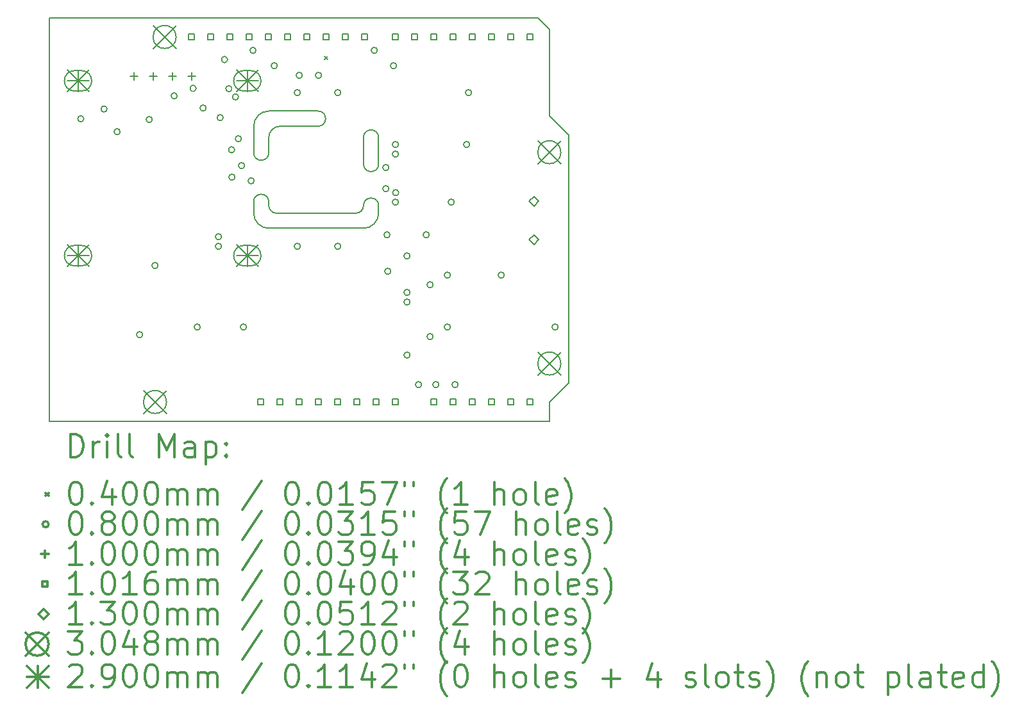
<source format=gbr>
%FSLAX45Y45*%
G04 Gerber Fmt 4.5, Leading zero omitted, Abs format (unit mm)*
G04 Created by KiCad (PCBNEW 5.1.12-5.1.12) date 2021-12-16 19:46:51*
%MOMM*%
%LPD*%
G01*
G04 APERTURE LIST*
%TA.AperFunction,Profile*%
%ADD10C,0.150000*%
%TD*%
%ADD11C,0.200000*%
%ADD12C,0.300000*%
G04 APERTURE END LIST*
D10*
X15249800Y-10086500D02*
X14899800Y-10086500D01*
X15449800Y-9786500D02*
X15449800Y-9886500D01*
X15249800Y-9786500D02*
G75*
G02*
X15149800Y-9886500I-100000J0D01*
G01*
X13999800Y-9736500D02*
X13999800Y-9786500D01*
X13799800Y-8736500D02*
G75*
G02*
X13999800Y-8536500I200000J0D01*
G01*
X13999800Y-8886500D02*
G75*
G02*
X14149800Y-8736500I150000J0D01*
G01*
X13799800Y-9736500D02*
X13799800Y-9886500D01*
X14099800Y-9886500D02*
G75*
G02*
X13999800Y-9786500I0J100000D01*
G01*
X13999800Y-10086500D02*
G75*
G02*
X13799800Y-9886500I0J200000D01*
G01*
X15449800Y-9886500D02*
G75*
G02*
X15249800Y-10086500I-200000J0D01*
G01*
X15149800Y-9886500D02*
X14099800Y-9886500D01*
X14899800Y-10086500D02*
X13999800Y-10086500D01*
X13999800Y-9086500D02*
G75*
G02*
X13799800Y-9086500I-100000J0D01*
G01*
X13999800Y-9086500D02*
X13999800Y-8886500D01*
X13799800Y-9736500D02*
G75*
G02*
X13999800Y-9736500I100000J0D01*
G01*
X13799800Y-9086500D02*
X13799800Y-8736500D01*
X15249800Y-9786500D02*
G75*
G02*
X15449800Y-9786500I100000J0D01*
G01*
X14649800Y-8536500D02*
G75*
G02*
X14649800Y-8736500I0J-100000D01*
G01*
X14649800Y-8536500D02*
X13999800Y-8536500D01*
X14649800Y-8736500D02*
X14149800Y-8736500D01*
X15449800Y-9236500D02*
X15449800Y-8886500D01*
X15249800Y-9236500D02*
X15249800Y-8886500D01*
X15249800Y-8886500D02*
G75*
G02*
X15449800Y-8886500I100000J0D01*
G01*
X15449800Y-9236500D02*
G75*
G02*
X15249800Y-9236500I-100000J0D01*
G01*
X17703800Y-7454900D02*
X17551400Y-7302500D01*
X17703800Y-8597900D02*
X17703800Y-7454900D01*
X17957800Y-8851900D02*
X17703800Y-8597900D01*
X17957800Y-12128500D02*
X17957800Y-8851900D01*
X17703800Y-12382500D02*
X17957800Y-12128500D01*
X17703800Y-12636500D02*
X17703800Y-12382500D01*
X11099800Y-12636500D02*
X17703800Y-12636500D01*
X11099800Y-7302500D02*
X11099800Y-12636500D01*
X17551400Y-7302500D02*
X11099800Y-7302500D01*
D11*
X14737400Y-7815900D02*
X14777400Y-7855900D01*
X14777400Y-7815900D02*
X14737400Y-7855900D01*
X11556803Y-8639157D02*
G75*
G03*
X11556803Y-8639157I-40000J0D01*
G01*
X11863700Y-8509000D02*
G75*
G03*
X11863700Y-8509000I-40000J0D01*
G01*
X12036800Y-8809100D02*
G75*
G03*
X12036800Y-8809100I-40000J0D01*
G01*
X12333600Y-11493500D02*
G75*
G03*
X12333600Y-11493500I-40000J0D01*
G01*
X12460600Y-8648700D02*
G75*
G03*
X12460600Y-8648700I-40000J0D01*
G01*
X12536800Y-10579100D02*
G75*
G03*
X12536800Y-10579100I-40000J0D01*
G01*
X12789801Y-8336500D02*
G75*
G03*
X12789801Y-8336500I-40000J0D01*
G01*
X13039800Y-8236500D02*
G75*
G03*
X13039800Y-8236500I-40000J0D01*
G01*
X13094801Y-11392700D02*
G75*
G03*
X13094801Y-11392700I-40000J0D01*
G01*
X13171800Y-8496300D02*
G75*
G03*
X13171800Y-8496300I-40000J0D01*
G01*
X13374999Y-10198100D02*
G75*
G03*
X13374999Y-10198100I-40000J0D01*
G01*
X13375000Y-10325100D02*
G75*
G03*
X13375000Y-10325100I-40000J0D01*
G01*
X13397851Y-8623300D02*
G75*
G03*
X13397851Y-8623300I-40000J0D01*
G01*
X13454447Y-7855647D02*
G75*
G03*
X13454447Y-7855647I-40000J0D01*
G01*
X13511333Y-8240224D02*
G75*
G03*
X13511333Y-8240224I-40000J0D01*
G01*
X13547888Y-9049155D02*
G75*
G03*
X13547888Y-9049155I-40000J0D01*
G01*
X13552800Y-9410700D02*
G75*
G03*
X13552800Y-9410700I-40000J0D01*
G01*
X13599781Y-8348746D02*
G75*
G03*
X13599781Y-8348746I-40000J0D01*
G01*
X13637899Y-8902700D02*
G75*
G03*
X13637899Y-8902700I-40000J0D01*
G01*
X13679800Y-9258300D02*
G75*
G03*
X13679800Y-9258300I-40000J0D01*
G01*
X13705200Y-11391900D02*
G75*
G03*
X13705200Y-11391900I-40000J0D01*
G01*
X13806800Y-9457699D02*
G75*
G03*
X13806800Y-9457699I-40000J0D01*
G01*
X13830599Y-7734299D02*
G75*
G03*
X13830599Y-7734299I-40000J0D01*
G01*
X14111600Y-7937500D02*
G75*
G03*
X14111600Y-7937500I-40000J0D01*
G01*
X14416400Y-8293100D02*
G75*
G03*
X14416400Y-8293100I-40000J0D01*
G01*
X14416400Y-10325100D02*
G75*
G03*
X14416400Y-10325100I-40000J0D01*
G01*
X14441800Y-8064500D02*
G75*
G03*
X14441800Y-8064500I-40000J0D01*
G01*
X14695800Y-8064500D02*
G75*
G03*
X14695800Y-8064500I-40000J0D01*
G01*
X14949800Y-8293100D02*
G75*
G03*
X14949800Y-8293100I-40000J0D01*
G01*
X14949800Y-10325100D02*
G75*
G03*
X14949800Y-10325100I-40000J0D01*
G01*
X15432400Y-7734300D02*
G75*
G03*
X15432400Y-7734300I-40000J0D01*
G01*
X15584800Y-9283700D02*
G75*
G03*
X15584800Y-9283700I-40000J0D01*
G01*
X15584800Y-9563100D02*
G75*
G03*
X15584800Y-9563100I-40000J0D01*
G01*
X15600090Y-10172700D02*
G75*
G03*
X15600090Y-10172700I-40000J0D01*
G01*
X15610200Y-10655300D02*
G75*
G03*
X15610200Y-10655300I-40000J0D01*
G01*
X15686400Y-7937500D02*
G75*
G03*
X15686400Y-7937500I-40000J0D01*
G01*
X15711800Y-8978900D02*
G75*
G03*
X15711800Y-8978900I-40000J0D01*
G01*
X15711800Y-9105900D02*
G75*
G03*
X15711800Y-9105900I-40000J0D01*
G01*
X15711800Y-9740900D02*
G75*
G03*
X15711800Y-9740900I-40000J0D01*
G01*
X15714788Y-9615095D02*
G75*
G03*
X15714788Y-9615095I-40000J0D01*
G01*
X15864200Y-10452100D02*
G75*
G03*
X15864200Y-10452100I-40000J0D01*
G01*
X15864200Y-10934700D02*
G75*
G03*
X15864200Y-10934700I-40000J0D01*
G01*
X15864200Y-11061700D02*
G75*
G03*
X15864200Y-11061700I-40000J0D01*
G01*
X15864200Y-11762499D02*
G75*
G03*
X15864200Y-11762499I-40000J0D01*
G01*
X16016600Y-12153900D02*
G75*
G03*
X16016600Y-12153900I-40000J0D01*
G01*
X16118200Y-10172700D02*
G75*
G03*
X16118200Y-10172700I-40000J0D01*
G01*
X16169000Y-10833100D02*
G75*
G03*
X16169000Y-10833100I-40000J0D01*
G01*
X16169000Y-11518900D02*
G75*
G03*
X16169000Y-11518900I-40000J0D01*
G01*
X16245200Y-12153900D02*
G75*
G03*
X16245200Y-12153900I-40000J0D01*
G01*
X16397600Y-10706100D02*
G75*
G03*
X16397600Y-10706100I-40000J0D01*
G01*
X16397600Y-11391900D02*
G75*
G03*
X16397600Y-11391900I-40000J0D01*
G01*
X16448400Y-9740900D02*
G75*
G03*
X16448400Y-9740900I-40000J0D01*
G01*
X16499200Y-12153900D02*
G75*
G03*
X16499200Y-12153900I-40000J0D01*
G01*
X16651600Y-8978900D02*
G75*
G03*
X16651600Y-8978900I-40000J0D01*
G01*
X16677000Y-8293100D02*
G75*
G03*
X16677000Y-8293100I-40000J0D01*
G01*
X17108800Y-10706100D02*
G75*
G03*
X17108800Y-10706100I-40000J0D01*
G01*
X17820000Y-11391900D02*
G75*
G03*
X17820000Y-11391900I-40000J0D01*
G01*
X12217400Y-8023000D02*
X12217400Y-8123000D01*
X12167400Y-8073000D02*
X12267400Y-8073000D01*
X12471400Y-8023000D02*
X12471400Y-8123000D01*
X12421400Y-8073000D02*
X12521400Y-8073000D01*
X12725400Y-8023000D02*
X12725400Y-8123000D01*
X12675400Y-8073000D02*
X12775400Y-8073000D01*
X12979400Y-8023000D02*
X12979400Y-8123000D01*
X12929400Y-8073000D02*
X13029400Y-8073000D01*
X13015321Y-7592421D02*
X13015321Y-7520579D01*
X12943479Y-7520579D01*
X12943479Y-7592421D01*
X13015321Y-7592421D01*
X13269321Y-7592421D02*
X13269321Y-7520579D01*
X13197479Y-7520579D01*
X13197479Y-7592421D01*
X13269321Y-7592421D01*
X13523321Y-7592421D02*
X13523321Y-7520579D01*
X13451479Y-7520579D01*
X13451479Y-7592421D01*
X13523321Y-7592421D01*
X13777321Y-7592421D02*
X13777321Y-7520579D01*
X13705479Y-7520579D01*
X13705479Y-7592421D01*
X13777321Y-7592421D01*
X13929721Y-12418421D02*
X13929721Y-12346579D01*
X13857879Y-12346579D01*
X13857879Y-12418421D01*
X13929721Y-12418421D01*
X14031321Y-7592421D02*
X14031321Y-7520579D01*
X13959479Y-7520579D01*
X13959479Y-7592421D01*
X14031321Y-7592421D01*
X14183721Y-12418421D02*
X14183721Y-12346579D01*
X14111879Y-12346579D01*
X14111879Y-12418421D01*
X14183721Y-12418421D01*
X14285321Y-7592421D02*
X14285321Y-7520579D01*
X14213479Y-7520579D01*
X14213479Y-7592421D01*
X14285321Y-7592421D01*
X14437721Y-12418421D02*
X14437721Y-12346579D01*
X14365879Y-12346579D01*
X14365879Y-12418421D01*
X14437721Y-12418421D01*
X14539321Y-7592421D02*
X14539321Y-7520579D01*
X14467479Y-7520579D01*
X14467479Y-7592421D01*
X14539321Y-7592421D01*
X14691721Y-12418421D02*
X14691721Y-12346579D01*
X14619879Y-12346579D01*
X14619879Y-12418421D01*
X14691721Y-12418421D01*
X14793321Y-7592421D02*
X14793321Y-7520579D01*
X14721479Y-7520579D01*
X14721479Y-7592421D01*
X14793321Y-7592421D01*
X14945721Y-12418421D02*
X14945721Y-12346579D01*
X14873879Y-12346579D01*
X14873879Y-12418421D01*
X14945721Y-12418421D01*
X15047321Y-7592421D02*
X15047321Y-7520579D01*
X14975479Y-7520579D01*
X14975479Y-7592421D01*
X15047321Y-7592421D01*
X15199721Y-12418421D02*
X15199721Y-12346579D01*
X15127879Y-12346579D01*
X15127879Y-12418421D01*
X15199721Y-12418421D01*
X15301321Y-7592421D02*
X15301321Y-7520579D01*
X15229479Y-7520579D01*
X15229479Y-7592421D01*
X15301321Y-7592421D01*
X15453721Y-12418421D02*
X15453721Y-12346579D01*
X15381879Y-12346579D01*
X15381879Y-12418421D01*
X15453721Y-12418421D01*
X15707721Y-7592421D02*
X15707721Y-7520579D01*
X15635879Y-7520579D01*
X15635879Y-7592421D01*
X15707721Y-7592421D01*
X15707721Y-12418421D02*
X15707721Y-12346579D01*
X15635879Y-12346579D01*
X15635879Y-12418421D01*
X15707721Y-12418421D01*
X15961721Y-7592421D02*
X15961721Y-7520579D01*
X15889879Y-7520579D01*
X15889879Y-7592421D01*
X15961721Y-7592421D01*
X16215721Y-7592421D02*
X16215721Y-7520579D01*
X16143879Y-7520579D01*
X16143879Y-7592421D01*
X16215721Y-7592421D01*
X16215721Y-12418421D02*
X16215721Y-12346579D01*
X16143879Y-12346579D01*
X16143879Y-12418421D01*
X16215721Y-12418421D01*
X16469721Y-7592421D02*
X16469721Y-7520579D01*
X16397879Y-7520579D01*
X16397879Y-7592421D01*
X16469721Y-7592421D01*
X16469721Y-12418421D02*
X16469721Y-12346579D01*
X16397879Y-12346579D01*
X16397879Y-12418421D01*
X16469721Y-12418421D01*
X16723721Y-7592421D02*
X16723721Y-7520579D01*
X16651879Y-7520579D01*
X16651879Y-7592421D01*
X16723721Y-7592421D01*
X16723721Y-12418421D02*
X16723721Y-12346579D01*
X16651879Y-12346579D01*
X16651879Y-12418421D01*
X16723721Y-12418421D01*
X16977721Y-7592421D02*
X16977721Y-7520579D01*
X16905879Y-7520579D01*
X16905879Y-7592421D01*
X16977721Y-7592421D01*
X16977721Y-12418421D02*
X16977721Y-12346579D01*
X16905879Y-12346579D01*
X16905879Y-12418421D01*
X16977721Y-12418421D01*
X17231721Y-7592421D02*
X17231721Y-7520579D01*
X17159879Y-7520579D01*
X17159879Y-7592421D01*
X17231721Y-7592421D01*
X17231721Y-12418421D02*
X17231721Y-12346579D01*
X17159879Y-12346579D01*
X17159879Y-12418421D01*
X17231721Y-12418421D01*
X17485721Y-7592421D02*
X17485721Y-7520579D01*
X17413879Y-7520579D01*
X17413879Y-7592421D01*
X17485721Y-7592421D01*
X17485721Y-12418421D02*
X17485721Y-12346579D01*
X17413879Y-12346579D01*
X17413879Y-12418421D01*
X17485721Y-12418421D01*
X17499800Y-9793500D02*
X17564800Y-9728500D01*
X17499800Y-9663500D01*
X17434800Y-9728500D01*
X17499800Y-9793500D01*
X17499800Y-10301500D02*
X17564800Y-10236500D01*
X17499800Y-10171500D01*
X17434800Y-10236500D01*
X17499800Y-10301500D01*
X12344400Y-12230100D02*
X12649200Y-12534900D01*
X12649200Y-12230100D02*
X12344400Y-12534900D01*
X12649200Y-12382500D02*
G75*
G03*
X12649200Y-12382500I-152400J0D01*
G01*
X12471400Y-7404100D02*
X12776200Y-7708900D01*
X12776200Y-7404100D02*
X12471400Y-7708900D01*
X12776200Y-7556500D02*
G75*
G03*
X12776200Y-7556500I-152400J0D01*
G01*
X17551400Y-8928100D02*
X17856200Y-9232900D01*
X17856200Y-8928100D02*
X17551400Y-9232900D01*
X17856200Y-9080500D02*
G75*
G03*
X17856200Y-9080500I-152400J0D01*
G01*
X17551400Y-11722100D02*
X17856200Y-12026900D01*
X17856200Y-11722100D02*
X17551400Y-12026900D01*
X17856200Y-11874500D02*
G75*
G03*
X17856200Y-11874500I-152400J0D01*
G01*
X11335800Y-7991500D02*
X11625800Y-8281500D01*
X11625800Y-7991500D02*
X11335800Y-8281500D01*
X11480800Y-7991500D02*
X11480800Y-8281500D01*
X11335800Y-8136500D02*
X11625800Y-8136500D01*
X11435800Y-8271500D02*
X11525800Y-8271500D01*
X11435800Y-8001500D02*
X11525800Y-8001500D01*
X11525800Y-8271500D02*
G75*
G03*
X11525800Y-8001500I0J135000D01*
G01*
X11435800Y-8001500D02*
G75*
G03*
X11435800Y-8271500I0J-135000D01*
G01*
X11335800Y-10302900D02*
X11625800Y-10592900D01*
X11625800Y-10302900D02*
X11335800Y-10592900D01*
X11480800Y-10302900D02*
X11480800Y-10592900D01*
X11335800Y-10447900D02*
X11625800Y-10447900D01*
X11435800Y-10582900D02*
X11525800Y-10582900D01*
X11435800Y-10312900D02*
X11525800Y-10312900D01*
X11525800Y-10582900D02*
G75*
G03*
X11525800Y-10312900I0J135000D01*
G01*
X11435800Y-10312900D02*
G75*
G03*
X11435800Y-10582900I0J-135000D01*
G01*
X13571000Y-7991500D02*
X13861000Y-8281500D01*
X13861000Y-7991500D02*
X13571000Y-8281500D01*
X13716000Y-7991500D02*
X13716000Y-8281500D01*
X13571000Y-8136500D02*
X13861000Y-8136500D01*
X13671000Y-8271500D02*
X13761000Y-8271500D01*
X13671000Y-8001500D02*
X13761000Y-8001500D01*
X13761000Y-8271500D02*
G75*
G03*
X13761000Y-8001500I0J135000D01*
G01*
X13671000Y-8001500D02*
G75*
G03*
X13671000Y-8271500I0J-135000D01*
G01*
X13571000Y-10302900D02*
X13861000Y-10592900D01*
X13861000Y-10302900D02*
X13571000Y-10592900D01*
X13716000Y-10302900D02*
X13716000Y-10592900D01*
X13571000Y-10447900D02*
X13861000Y-10447900D01*
X13671000Y-10582900D02*
X13761000Y-10582900D01*
X13671000Y-10312900D02*
X13761000Y-10312900D01*
X13761000Y-10582900D02*
G75*
G03*
X13761000Y-10312900I0J135000D01*
G01*
X13671000Y-10312900D02*
G75*
G03*
X13671000Y-10582900I0J-135000D01*
G01*
D12*
X11378728Y-13109714D02*
X11378728Y-12809714D01*
X11450157Y-12809714D01*
X11493014Y-12824000D01*
X11521586Y-12852571D01*
X11535871Y-12881143D01*
X11550157Y-12938286D01*
X11550157Y-12981143D01*
X11535871Y-13038286D01*
X11521586Y-13066857D01*
X11493014Y-13095429D01*
X11450157Y-13109714D01*
X11378728Y-13109714D01*
X11678728Y-13109714D02*
X11678728Y-12909714D01*
X11678728Y-12966857D02*
X11693014Y-12938286D01*
X11707300Y-12924000D01*
X11735871Y-12909714D01*
X11764443Y-12909714D01*
X11864443Y-13109714D02*
X11864443Y-12909714D01*
X11864443Y-12809714D02*
X11850157Y-12824000D01*
X11864443Y-12838286D01*
X11878728Y-12824000D01*
X11864443Y-12809714D01*
X11864443Y-12838286D01*
X12050157Y-13109714D02*
X12021586Y-13095429D01*
X12007300Y-13066857D01*
X12007300Y-12809714D01*
X12207300Y-13109714D02*
X12178728Y-13095429D01*
X12164443Y-13066857D01*
X12164443Y-12809714D01*
X12550157Y-13109714D02*
X12550157Y-12809714D01*
X12650157Y-13024000D01*
X12750157Y-12809714D01*
X12750157Y-13109714D01*
X13021586Y-13109714D02*
X13021586Y-12952571D01*
X13007300Y-12924000D01*
X12978728Y-12909714D01*
X12921586Y-12909714D01*
X12893014Y-12924000D01*
X13021586Y-13095429D02*
X12993014Y-13109714D01*
X12921586Y-13109714D01*
X12893014Y-13095429D01*
X12878728Y-13066857D01*
X12878728Y-13038286D01*
X12893014Y-13009714D01*
X12921586Y-12995429D01*
X12993014Y-12995429D01*
X13021586Y-12981143D01*
X13164443Y-12909714D02*
X13164443Y-13209714D01*
X13164443Y-12924000D02*
X13193014Y-12909714D01*
X13250157Y-12909714D01*
X13278728Y-12924000D01*
X13293014Y-12938286D01*
X13307300Y-12966857D01*
X13307300Y-13052571D01*
X13293014Y-13081143D01*
X13278728Y-13095429D01*
X13250157Y-13109714D01*
X13193014Y-13109714D01*
X13164443Y-13095429D01*
X13435871Y-13081143D02*
X13450157Y-13095429D01*
X13435871Y-13109714D01*
X13421586Y-13095429D01*
X13435871Y-13081143D01*
X13435871Y-13109714D01*
X13435871Y-12924000D02*
X13450157Y-12938286D01*
X13435871Y-12952571D01*
X13421586Y-12938286D01*
X13435871Y-12924000D01*
X13435871Y-12952571D01*
X11052300Y-13584000D02*
X11092300Y-13624000D01*
X11092300Y-13584000D02*
X11052300Y-13624000D01*
X11435871Y-13439714D02*
X11464443Y-13439714D01*
X11493014Y-13454000D01*
X11507300Y-13468286D01*
X11521586Y-13496857D01*
X11535871Y-13554000D01*
X11535871Y-13625429D01*
X11521586Y-13682571D01*
X11507300Y-13711143D01*
X11493014Y-13725429D01*
X11464443Y-13739714D01*
X11435871Y-13739714D01*
X11407300Y-13725429D01*
X11393014Y-13711143D01*
X11378728Y-13682571D01*
X11364443Y-13625429D01*
X11364443Y-13554000D01*
X11378728Y-13496857D01*
X11393014Y-13468286D01*
X11407300Y-13454000D01*
X11435871Y-13439714D01*
X11664443Y-13711143D02*
X11678728Y-13725429D01*
X11664443Y-13739714D01*
X11650157Y-13725429D01*
X11664443Y-13711143D01*
X11664443Y-13739714D01*
X11935871Y-13539714D02*
X11935871Y-13739714D01*
X11864443Y-13425429D02*
X11793014Y-13639714D01*
X11978728Y-13639714D01*
X12150157Y-13439714D02*
X12178728Y-13439714D01*
X12207300Y-13454000D01*
X12221586Y-13468286D01*
X12235871Y-13496857D01*
X12250157Y-13554000D01*
X12250157Y-13625429D01*
X12235871Y-13682571D01*
X12221586Y-13711143D01*
X12207300Y-13725429D01*
X12178728Y-13739714D01*
X12150157Y-13739714D01*
X12121586Y-13725429D01*
X12107300Y-13711143D01*
X12093014Y-13682571D01*
X12078728Y-13625429D01*
X12078728Y-13554000D01*
X12093014Y-13496857D01*
X12107300Y-13468286D01*
X12121586Y-13454000D01*
X12150157Y-13439714D01*
X12435871Y-13439714D02*
X12464443Y-13439714D01*
X12493014Y-13454000D01*
X12507300Y-13468286D01*
X12521586Y-13496857D01*
X12535871Y-13554000D01*
X12535871Y-13625429D01*
X12521586Y-13682571D01*
X12507300Y-13711143D01*
X12493014Y-13725429D01*
X12464443Y-13739714D01*
X12435871Y-13739714D01*
X12407300Y-13725429D01*
X12393014Y-13711143D01*
X12378728Y-13682571D01*
X12364443Y-13625429D01*
X12364443Y-13554000D01*
X12378728Y-13496857D01*
X12393014Y-13468286D01*
X12407300Y-13454000D01*
X12435871Y-13439714D01*
X12664443Y-13739714D02*
X12664443Y-13539714D01*
X12664443Y-13568286D02*
X12678728Y-13554000D01*
X12707300Y-13539714D01*
X12750157Y-13539714D01*
X12778728Y-13554000D01*
X12793014Y-13582571D01*
X12793014Y-13739714D01*
X12793014Y-13582571D02*
X12807300Y-13554000D01*
X12835871Y-13539714D01*
X12878728Y-13539714D01*
X12907300Y-13554000D01*
X12921586Y-13582571D01*
X12921586Y-13739714D01*
X13064443Y-13739714D02*
X13064443Y-13539714D01*
X13064443Y-13568286D02*
X13078728Y-13554000D01*
X13107300Y-13539714D01*
X13150157Y-13539714D01*
X13178728Y-13554000D01*
X13193014Y-13582571D01*
X13193014Y-13739714D01*
X13193014Y-13582571D02*
X13207300Y-13554000D01*
X13235871Y-13539714D01*
X13278728Y-13539714D01*
X13307300Y-13554000D01*
X13321586Y-13582571D01*
X13321586Y-13739714D01*
X13907300Y-13425429D02*
X13650157Y-13811143D01*
X14293014Y-13439714D02*
X14321586Y-13439714D01*
X14350157Y-13454000D01*
X14364443Y-13468286D01*
X14378728Y-13496857D01*
X14393014Y-13554000D01*
X14393014Y-13625429D01*
X14378728Y-13682571D01*
X14364443Y-13711143D01*
X14350157Y-13725429D01*
X14321586Y-13739714D01*
X14293014Y-13739714D01*
X14264443Y-13725429D01*
X14250157Y-13711143D01*
X14235871Y-13682571D01*
X14221586Y-13625429D01*
X14221586Y-13554000D01*
X14235871Y-13496857D01*
X14250157Y-13468286D01*
X14264443Y-13454000D01*
X14293014Y-13439714D01*
X14521586Y-13711143D02*
X14535871Y-13725429D01*
X14521586Y-13739714D01*
X14507300Y-13725429D01*
X14521586Y-13711143D01*
X14521586Y-13739714D01*
X14721586Y-13439714D02*
X14750157Y-13439714D01*
X14778728Y-13454000D01*
X14793014Y-13468286D01*
X14807300Y-13496857D01*
X14821586Y-13554000D01*
X14821586Y-13625429D01*
X14807300Y-13682571D01*
X14793014Y-13711143D01*
X14778728Y-13725429D01*
X14750157Y-13739714D01*
X14721586Y-13739714D01*
X14693014Y-13725429D01*
X14678728Y-13711143D01*
X14664443Y-13682571D01*
X14650157Y-13625429D01*
X14650157Y-13554000D01*
X14664443Y-13496857D01*
X14678728Y-13468286D01*
X14693014Y-13454000D01*
X14721586Y-13439714D01*
X15107300Y-13739714D02*
X14935871Y-13739714D01*
X15021586Y-13739714D02*
X15021586Y-13439714D01*
X14993014Y-13482571D01*
X14964443Y-13511143D01*
X14935871Y-13525429D01*
X15378728Y-13439714D02*
X15235871Y-13439714D01*
X15221586Y-13582571D01*
X15235871Y-13568286D01*
X15264443Y-13554000D01*
X15335871Y-13554000D01*
X15364443Y-13568286D01*
X15378728Y-13582571D01*
X15393014Y-13611143D01*
X15393014Y-13682571D01*
X15378728Y-13711143D01*
X15364443Y-13725429D01*
X15335871Y-13739714D01*
X15264443Y-13739714D01*
X15235871Y-13725429D01*
X15221586Y-13711143D01*
X15493014Y-13439714D02*
X15693014Y-13439714D01*
X15564443Y-13739714D01*
X15793014Y-13439714D02*
X15793014Y-13496857D01*
X15907300Y-13439714D02*
X15907300Y-13496857D01*
X16350157Y-13854000D02*
X16335871Y-13839714D01*
X16307300Y-13796857D01*
X16293014Y-13768286D01*
X16278728Y-13725429D01*
X16264443Y-13654000D01*
X16264443Y-13596857D01*
X16278728Y-13525429D01*
X16293014Y-13482571D01*
X16307300Y-13454000D01*
X16335871Y-13411143D01*
X16350157Y-13396857D01*
X16621586Y-13739714D02*
X16450157Y-13739714D01*
X16535871Y-13739714D02*
X16535871Y-13439714D01*
X16507300Y-13482571D01*
X16478728Y-13511143D01*
X16450157Y-13525429D01*
X16978728Y-13739714D02*
X16978728Y-13439714D01*
X17107300Y-13739714D02*
X17107300Y-13582571D01*
X17093014Y-13554000D01*
X17064443Y-13539714D01*
X17021586Y-13539714D01*
X16993014Y-13554000D01*
X16978728Y-13568286D01*
X17293014Y-13739714D02*
X17264443Y-13725429D01*
X17250157Y-13711143D01*
X17235871Y-13682571D01*
X17235871Y-13596857D01*
X17250157Y-13568286D01*
X17264443Y-13554000D01*
X17293014Y-13539714D01*
X17335871Y-13539714D01*
X17364443Y-13554000D01*
X17378728Y-13568286D01*
X17393014Y-13596857D01*
X17393014Y-13682571D01*
X17378728Y-13711143D01*
X17364443Y-13725429D01*
X17335871Y-13739714D01*
X17293014Y-13739714D01*
X17564443Y-13739714D02*
X17535871Y-13725429D01*
X17521586Y-13696857D01*
X17521586Y-13439714D01*
X17793014Y-13725429D02*
X17764443Y-13739714D01*
X17707300Y-13739714D01*
X17678728Y-13725429D01*
X17664443Y-13696857D01*
X17664443Y-13582571D01*
X17678728Y-13554000D01*
X17707300Y-13539714D01*
X17764443Y-13539714D01*
X17793014Y-13554000D01*
X17807300Y-13582571D01*
X17807300Y-13611143D01*
X17664443Y-13639714D01*
X17907300Y-13854000D02*
X17921586Y-13839714D01*
X17950157Y-13796857D01*
X17964443Y-13768286D01*
X17978728Y-13725429D01*
X17993014Y-13654000D01*
X17993014Y-13596857D01*
X17978728Y-13525429D01*
X17964443Y-13482571D01*
X17950157Y-13454000D01*
X17921586Y-13411143D01*
X17907300Y-13396857D01*
X11092300Y-14000000D02*
G75*
G03*
X11092300Y-14000000I-40000J0D01*
G01*
X11435871Y-13835714D02*
X11464443Y-13835714D01*
X11493014Y-13850000D01*
X11507300Y-13864286D01*
X11521586Y-13892857D01*
X11535871Y-13950000D01*
X11535871Y-14021429D01*
X11521586Y-14078571D01*
X11507300Y-14107143D01*
X11493014Y-14121429D01*
X11464443Y-14135714D01*
X11435871Y-14135714D01*
X11407300Y-14121429D01*
X11393014Y-14107143D01*
X11378728Y-14078571D01*
X11364443Y-14021429D01*
X11364443Y-13950000D01*
X11378728Y-13892857D01*
X11393014Y-13864286D01*
X11407300Y-13850000D01*
X11435871Y-13835714D01*
X11664443Y-14107143D02*
X11678728Y-14121429D01*
X11664443Y-14135714D01*
X11650157Y-14121429D01*
X11664443Y-14107143D01*
X11664443Y-14135714D01*
X11850157Y-13964286D02*
X11821586Y-13950000D01*
X11807300Y-13935714D01*
X11793014Y-13907143D01*
X11793014Y-13892857D01*
X11807300Y-13864286D01*
X11821586Y-13850000D01*
X11850157Y-13835714D01*
X11907300Y-13835714D01*
X11935871Y-13850000D01*
X11950157Y-13864286D01*
X11964443Y-13892857D01*
X11964443Y-13907143D01*
X11950157Y-13935714D01*
X11935871Y-13950000D01*
X11907300Y-13964286D01*
X11850157Y-13964286D01*
X11821586Y-13978571D01*
X11807300Y-13992857D01*
X11793014Y-14021429D01*
X11793014Y-14078571D01*
X11807300Y-14107143D01*
X11821586Y-14121429D01*
X11850157Y-14135714D01*
X11907300Y-14135714D01*
X11935871Y-14121429D01*
X11950157Y-14107143D01*
X11964443Y-14078571D01*
X11964443Y-14021429D01*
X11950157Y-13992857D01*
X11935871Y-13978571D01*
X11907300Y-13964286D01*
X12150157Y-13835714D02*
X12178728Y-13835714D01*
X12207300Y-13850000D01*
X12221586Y-13864286D01*
X12235871Y-13892857D01*
X12250157Y-13950000D01*
X12250157Y-14021429D01*
X12235871Y-14078571D01*
X12221586Y-14107143D01*
X12207300Y-14121429D01*
X12178728Y-14135714D01*
X12150157Y-14135714D01*
X12121586Y-14121429D01*
X12107300Y-14107143D01*
X12093014Y-14078571D01*
X12078728Y-14021429D01*
X12078728Y-13950000D01*
X12093014Y-13892857D01*
X12107300Y-13864286D01*
X12121586Y-13850000D01*
X12150157Y-13835714D01*
X12435871Y-13835714D02*
X12464443Y-13835714D01*
X12493014Y-13850000D01*
X12507300Y-13864286D01*
X12521586Y-13892857D01*
X12535871Y-13950000D01*
X12535871Y-14021429D01*
X12521586Y-14078571D01*
X12507300Y-14107143D01*
X12493014Y-14121429D01*
X12464443Y-14135714D01*
X12435871Y-14135714D01*
X12407300Y-14121429D01*
X12393014Y-14107143D01*
X12378728Y-14078571D01*
X12364443Y-14021429D01*
X12364443Y-13950000D01*
X12378728Y-13892857D01*
X12393014Y-13864286D01*
X12407300Y-13850000D01*
X12435871Y-13835714D01*
X12664443Y-14135714D02*
X12664443Y-13935714D01*
X12664443Y-13964286D02*
X12678728Y-13950000D01*
X12707300Y-13935714D01*
X12750157Y-13935714D01*
X12778728Y-13950000D01*
X12793014Y-13978571D01*
X12793014Y-14135714D01*
X12793014Y-13978571D02*
X12807300Y-13950000D01*
X12835871Y-13935714D01*
X12878728Y-13935714D01*
X12907300Y-13950000D01*
X12921586Y-13978571D01*
X12921586Y-14135714D01*
X13064443Y-14135714D02*
X13064443Y-13935714D01*
X13064443Y-13964286D02*
X13078728Y-13950000D01*
X13107300Y-13935714D01*
X13150157Y-13935714D01*
X13178728Y-13950000D01*
X13193014Y-13978571D01*
X13193014Y-14135714D01*
X13193014Y-13978571D02*
X13207300Y-13950000D01*
X13235871Y-13935714D01*
X13278728Y-13935714D01*
X13307300Y-13950000D01*
X13321586Y-13978571D01*
X13321586Y-14135714D01*
X13907300Y-13821429D02*
X13650157Y-14207143D01*
X14293014Y-13835714D02*
X14321586Y-13835714D01*
X14350157Y-13850000D01*
X14364443Y-13864286D01*
X14378728Y-13892857D01*
X14393014Y-13950000D01*
X14393014Y-14021429D01*
X14378728Y-14078571D01*
X14364443Y-14107143D01*
X14350157Y-14121429D01*
X14321586Y-14135714D01*
X14293014Y-14135714D01*
X14264443Y-14121429D01*
X14250157Y-14107143D01*
X14235871Y-14078571D01*
X14221586Y-14021429D01*
X14221586Y-13950000D01*
X14235871Y-13892857D01*
X14250157Y-13864286D01*
X14264443Y-13850000D01*
X14293014Y-13835714D01*
X14521586Y-14107143D02*
X14535871Y-14121429D01*
X14521586Y-14135714D01*
X14507300Y-14121429D01*
X14521586Y-14107143D01*
X14521586Y-14135714D01*
X14721586Y-13835714D02*
X14750157Y-13835714D01*
X14778728Y-13850000D01*
X14793014Y-13864286D01*
X14807300Y-13892857D01*
X14821586Y-13950000D01*
X14821586Y-14021429D01*
X14807300Y-14078571D01*
X14793014Y-14107143D01*
X14778728Y-14121429D01*
X14750157Y-14135714D01*
X14721586Y-14135714D01*
X14693014Y-14121429D01*
X14678728Y-14107143D01*
X14664443Y-14078571D01*
X14650157Y-14021429D01*
X14650157Y-13950000D01*
X14664443Y-13892857D01*
X14678728Y-13864286D01*
X14693014Y-13850000D01*
X14721586Y-13835714D01*
X14921586Y-13835714D02*
X15107300Y-13835714D01*
X15007300Y-13950000D01*
X15050157Y-13950000D01*
X15078728Y-13964286D01*
X15093014Y-13978571D01*
X15107300Y-14007143D01*
X15107300Y-14078571D01*
X15093014Y-14107143D01*
X15078728Y-14121429D01*
X15050157Y-14135714D01*
X14964443Y-14135714D01*
X14935871Y-14121429D01*
X14921586Y-14107143D01*
X15393014Y-14135714D02*
X15221586Y-14135714D01*
X15307300Y-14135714D02*
X15307300Y-13835714D01*
X15278728Y-13878571D01*
X15250157Y-13907143D01*
X15221586Y-13921429D01*
X15664443Y-13835714D02*
X15521586Y-13835714D01*
X15507300Y-13978571D01*
X15521586Y-13964286D01*
X15550157Y-13950000D01*
X15621586Y-13950000D01*
X15650157Y-13964286D01*
X15664443Y-13978571D01*
X15678728Y-14007143D01*
X15678728Y-14078571D01*
X15664443Y-14107143D01*
X15650157Y-14121429D01*
X15621586Y-14135714D01*
X15550157Y-14135714D01*
X15521586Y-14121429D01*
X15507300Y-14107143D01*
X15793014Y-13835714D02*
X15793014Y-13892857D01*
X15907300Y-13835714D02*
X15907300Y-13892857D01*
X16350157Y-14250000D02*
X16335871Y-14235714D01*
X16307300Y-14192857D01*
X16293014Y-14164286D01*
X16278728Y-14121429D01*
X16264443Y-14050000D01*
X16264443Y-13992857D01*
X16278728Y-13921429D01*
X16293014Y-13878571D01*
X16307300Y-13850000D01*
X16335871Y-13807143D01*
X16350157Y-13792857D01*
X16607300Y-13835714D02*
X16464443Y-13835714D01*
X16450157Y-13978571D01*
X16464443Y-13964286D01*
X16493014Y-13950000D01*
X16564443Y-13950000D01*
X16593014Y-13964286D01*
X16607300Y-13978571D01*
X16621586Y-14007143D01*
X16621586Y-14078571D01*
X16607300Y-14107143D01*
X16593014Y-14121429D01*
X16564443Y-14135714D01*
X16493014Y-14135714D01*
X16464443Y-14121429D01*
X16450157Y-14107143D01*
X16721586Y-13835714D02*
X16921586Y-13835714D01*
X16793014Y-14135714D01*
X17264443Y-14135714D02*
X17264443Y-13835714D01*
X17393014Y-14135714D02*
X17393014Y-13978571D01*
X17378728Y-13950000D01*
X17350157Y-13935714D01*
X17307300Y-13935714D01*
X17278728Y-13950000D01*
X17264443Y-13964286D01*
X17578728Y-14135714D02*
X17550157Y-14121429D01*
X17535871Y-14107143D01*
X17521586Y-14078571D01*
X17521586Y-13992857D01*
X17535871Y-13964286D01*
X17550157Y-13950000D01*
X17578728Y-13935714D01*
X17621586Y-13935714D01*
X17650157Y-13950000D01*
X17664443Y-13964286D01*
X17678728Y-13992857D01*
X17678728Y-14078571D01*
X17664443Y-14107143D01*
X17650157Y-14121429D01*
X17621586Y-14135714D01*
X17578728Y-14135714D01*
X17850157Y-14135714D02*
X17821586Y-14121429D01*
X17807300Y-14092857D01*
X17807300Y-13835714D01*
X18078728Y-14121429D02*
X18050157Y-14135714D01*
X17993014Y-14135714D01*
X17964443Y-14121429D01*
X17950157Y-14092857D01*
X17950157Y-13978571D01*
X17964443Y-13950000D01*
X17993014Y-13935714D01*
X18050157Y-13935714D01*
X18078728Y-13950000D01*
X18093014Y-13978571D01*
X18093014Y-14007143D01*
X17950157Y-14035714D01*
X18207300Y-14121429D02*
X18235871Y-14135714D01*
X18293014Y-14135714D01*
X18321586Y-14121429D01*
X18335871Y-14092857D01*
X18335871Y-14078571D01*
X18321586Y-14050000D01*
X18293014Y-14035714D01*
X18250157Y-14035714D01*
X18221586Y-14021429D01*
X18207300Y-13992857D01*
X18207300Y-13978571D01*
X18221586Y-13950000D01*
X18250157Y-13935714D01*
X18293014Y-13935714D01*
X18321586Y-13950000D01*
X18435871Y-14250000D02*
X18450157Y-14235714D01*
X18478728Y-14192857D01*
X18493014Y-14164286D01*
X18507300Y-14121429D01*
X18521586Y-14050000D01*
X18521586Y-13992857D01*
X18507300Y-13921429D01*
X18493014Y-13878571D01*
X18478728Y-13850000D01*
X18450157Y-13807143D01*
X18435871Y-13792857D01*
X11042300Y-14346000D02*
X11042300Y-14446000D01*
X10992300Y-14396000D02*
X11092300Y-14396000D01*
X11535871Y-14531714D02*
X11364443Y-14531714D01*
X11450157Y-14531714D02*
X11450157Y-14231714D01*
X11421586Y-14274571D01*
X11393014Y-14303143D01*
X11364443Y-14317429D01*
X11664443Y-14503143D02*
X11678728Y-14517429D01*
X11664443Y-14531714D01*
X11650157Y-14517429D01*
X11664443Y-14503143D01*
X11664443Y-14531714D01*
X11864443Y-14231714D02*
X11893014Y-14231714D01*
X11921586Y-14246000D01*
X11935871Y-14260286D01*
X11950157Y-14288857D01*
X11964443Y-14346000D01*
X11964443Y-14417429D01*
X11950157Y-14474571D01*
X11935871Y-14503143D01*
X11921586Y-14517429D01*
X11893014Y-14531714D01*
X11864443Y-14531714D01*
X11835871Y-14517429D01*
X11821586Y-14503143D01*
X11807300Y-14474571D01*
X11793014Y-14417429D01*
X11793014Y-14346000D01*
X11807300Y-14288857D01*
X11821586Y-14260286D01*
X11835871Y-14246000D01*
X11864443Y-14231714D01*
X12150157Y-14231714D02*
X12178728Y-14231714D01*
X12207300Y-14246000D01*
X12221586Y-14260286D01*
X12235871Y-14288857D01*
X12250157Y-14346000D01*
X12250157Y-14417429D01*
X12235871Y-14474571D01*
X12221586Y-14503143D01*
X12207300Y-14517429D01*
X12178728Y-14531714D01*
X12150157Y-14531714D01*
X12121586Y-14517429D01*
X12107300Y-14503143D01*
X12093014Y-14474571D01*
X12078728Y-14417429D01*
X12078728Y-14346000D01*
X12093014Y-14288857D01*
X12107300Y-14260286D01*
X12121586Y-14246000D01*
X12150157Y-14231714D01*
X12435871Y-14231714D02*
X12464443Y-14231714D01*
X12493014Y-14246000D01*
X12507300Y-14260286D01*
X12521586Y-14288857D01*
X12535871Y-14346000D01*
X12535871Y-14417429D01*
X12521586Y-14474571D01*
X12507300Y-14503143D01*
X12493014Y-14517429D01*
X12464443Y-14531714D01*
X12435871Y-14531714D01*
X12407300Y-14517429D01*
X12393014Y-14503143D01*
X12378728Y-14474571D01*
X12364443Y-14417429D01*
X12364443Y-14346000D01*
X12378728Y-14288857D01*
X12393014Y-14260286D01*
X12407300Y-14246000D01*
X12435871Y-14231714D01*
X12664443Y-14531714D02*
X12664443Y-14331714D01*
X12664443Y-14360286D02*
X12678728Y-14346000D01*
X12707300Y-14331714D01*
X12750157Y-14331714D01*
X12778728Y-14346000D01*
X12793014Y-14374571D01*
X12793014Y-14531714D01*
X12793014Y-14374571D02*
X12807300Y-14346000D01*
X12835871Y-14331714D01*
X12878728Y-14331714D01*
X12907300Y-14346000D01*
X12921586Y-14374571D01*
X12921586Y-14531714D01*
X13064443Y-14531714D02*
X13064443Y-14331714D01*
X13064443Y-14360286D02*
X13078728Y-14346000D01*
X13107300Y-14331714D01*
X13150157Y-14331714D01*
X13178728Y-14346000D01*
X13193014Y-14374571D01*
X13193014Y-14531714D01*
X13193014Y-14374571D02*
X13207300Y-14346000D01*
X13235871Y-14331714D01*
X13278728Y-14331714D01*
X13307300Y-14346000D01*
X13321586Y-14374571D01*
X13321586Y-14531714D01*
X13907300Y-14217429D02*
X13650157Y-14603143D01*
X14293014Y-14231714D02*
X14321586Y-14231714D01*
X14350157Y-14246000D01*
X14364443Y-14260286D01*
X14378728Y-14288857D01*
X14393014Y-14346000D01*
X14393014Y-14417429D01*
X14378728Y-14474571D01*
X14364443Y-14503143D01*
X14350157Y-14517429D01*
X14321586Y-14531714D01*
X14293014Y-14531714D01*
X14264443Y-14517429D01*
X14250157Y-14503143D01*
X14235871Y-14474571D01*
X14221586Y-14417429D01*
X14221586Y-14346000D01*
X14235871Y-14288857D01*
X14250157Y-14260286D01*
X14264443Y-14246000D01*
X14293014Y-14231714D01*
X14521586Y-14503143D02*
X14535871Y-14517429D01*
X14521586Y-14531714D01*
X14507300Y-14517429D01*
X14521586Y-14503143D01*
X14521586Y-14531714D01*
X14721586Y-14231714D02*
X14750157Y-14231714D01*
X14778728Y-14246000D01*
X14793014Y-14260286D01*
X14807300Y-14288857D01*
X14821586Y-14346000D01*
X14821586Y-14417429D01*
X14807300Y-14474571D01*
X14793014Y-14503143D01*
X14778728Y-14517429D01*
X14750157Y-14531714D01*
X14721586Y-14531714D01*
X14693014Y-14517429D01*
X14678728Y-14503143D01*
X14664443Y-14474571D01*
X14650157Y-14417429D01*
X14650157Y-14346000D01*
X14664443Y-14288857D01*
X14678728Y-14260286D01*
X14693014Y-14246000D01*
X14721586Y-14231714D01*
X14921586Y-14231714D02*
X15107300Y-14231714D01*
X15007300Y-14346000D01*
X15050157Y-14346000D01*
X15078728Y-14360286D01*
X15093014Y-14374571D01*
X15107300Y-14403143D01*
X15107300Y-14474571D01*
X15093014Y-14503143D01*
X15078728Y-14517429D01*
X15050157Y-14531714D01*
X14964443Y-14531714D01*
X14935871Y-14517429D01*
X14921586Y-14503143D01*
X15250157Y-14531714D02*
X15307300Y-14531714D01*
X15335871Y-14517429D01*
X15350157Y-14503143D01*
X15378728Y-14460286D01*
X15393014Y-14403143D01*
X15393014Y-14288857D01*
X15378728Y-14260286D01*
X15364443Y-14246000D01*
X15335871Y-14231714D01*
X15278728Y-14231714D01*
X15250157Y-14246000D01*
X15235871Y-14260286D01*
X15221586Y-14288857D01*
X15221586Y-14360286D01*
X15235871Y-14388857D01*
X15250157Y-14403143D01*
X15278728Y-14417429D01*
X15335871Y-14417429D01*
X15364443Y-14403143D01*
X15378728Y-14388857D01*
X15393014Y-14360286D01*
X15650157Y-14331714D02*
X15650157Y-14531714D01*
X15578728Y-14217429D02*
X15507300Y-14431714D01*
X15693014Y-14431714D01*
X15793014Y-14231714D02*
X15793014Y-14288857D01*
X15907300Y-14231714D02*
X15907300Y-14288857D01*
X16350157Y-14646000D02*
X16335871Y-14631714D01*
X16307300Y-14588857D01*
X16293014Y-14560286D01*
X16278728Y-14517429D01*
X16264443Y-14446000D01*
X16264443Y-14388857D01*
X16278728Y-14317429D01*
X16293014Y-14274571D01*
X16307300Y-14246000D01*
X16335871Y-14203143D01*
X16350157Y-14188857D01*
X16593014Y-14331714D02*
X16593014Y-14531714D01*
X16521586Y-14217429D02*
X16450157Y-14431714D01*
X16635871Y-14431714D01*
X16978728Y-14531714D02*
X16978728Y-14231714D01*
X17107300Y-14531714D02*
X17107300Y-14374571D01*
X17093014Y-14346000D01*
X17064443Y-14331714D01*
X17021586Y-14331714D01*
X16993014Y-14346000D01*
X16978728Y-14360286D01*
X17293014Y-14531714D02*
X17264443Y-14517429D01*
X17250157Y-14503143D01*
X17235871Y-14474571D01*
X17235871Y-14388857D01*
X17250157Y-14360286D01*
X17264443Y-14346000D01*
X17293014Y-14331714D01*
X17335871Y-14331714D01*
X17364443Y-14346000D01*
X17378728Y-14360286D01*
X17393014Y-14388857D01*
X17393014Y-14474571D01*
X17378728Y-14503143D01*
X17364443Y-14517429D01*
X17335871Y-14531714D01*
X17293014Y-14531714D01*
X17564443Y-14531714D02*
X17535871Y-14517429D01*
X17521586Y-14488857D01*
X17521586Y-14231714D01*
X17793014Y-14517429D02*
X17764443Y-14531714D01*
X17707300Y-14531714D01*
X17678728Y-14517429D01*
X17664443Y-14488857D01*
X17664443Y-14374571D01*
X17678728Y-14346000D01*
X17707300Y-14331714D01*
X17764443Y-14331714D01*
X17793014Y-14346000D01*
X17807300Y-14374571D01*
X17807300Y-14403143D01*
X17664443Y-14431714D01*
X17921586Y-14517429D02*
X17950157Y-14531714D01*
X18007300Y-14531714D01*
X18035871Y-14517429D01*
X18050157Y-14488857D01*
X18050157Y-14474571D01*
X18035871Y-14446000D01*
X18007300Y-14431714D01*
X17964443Y-14431714D01*
X17935871Y-14417429D01*
X17921586Y-14388857D01*
X17921586Y-14374571D01*
X17935871Y-14346000D01*
X17964443Y-14331714D01*
X18007300Y-14331714D01*
X18035871Y-14346000D01*
X18150157Y-14646000D02*
X18164443Y-14631714D01*
X18193014Y-14588857D01*
X18207300Y-14560286D01*
X18221586Y-14517429D01*
X18235871Y-14446000D01*
X18235871Y-14388857D01*
X18221586Y-14317429D01*
X18207300Y-14274571D01*
X18193014Y-14246000D01*
X18164443Y-14203143D01*
X18150157Y-14188857D01*
X11077421Y-14827921D02*
X11077421Y-14756079D01*
X11005579Y-14756079D01*
X11005579Y-14827921D01*
X11077421Y-14827921D01*
X11535871Y-14927714D02*
X11364443Y-14927714D01*
X11450157Y-14927714D02*
X11450157Y-14627714D01*
X11421586Y-14670571D01*
X11393014Y-14699143D01*
X11364443Y-14713429D01*
X11664443Y-14899143D02*
X11678728Y-14913429D01*
X11664443Y-14927714D01*
X11650157Y-14913429D01*
X11664443Y-14899143D01*
X11664443Y-14927714D01*
X11864443Y-14627714D02*
X11893014Y-14627714D01*
X11921586Y-14642000D01*
X11935871Y-14656286D01*
X11950157Y-14684857D01*
X11964443Y-14742000D01*
X11964443Y-14813429D01*
X11950157Y-14870571D01*
X11935871Y-14899143D01*
X11921586Y-14913429D01*
X11893014Y-14927714D01*
X11864443Y-14927714D01*
X11835871Y-14913429D01*
X11821586Y-14899143D01*
X11807300Y-14870571D01*
X11793014Y-14813429D01*
X11793014Y-14742000D01*
X11807300Y-14684857D01*
X11821586Y-14656286D01*
X11835871Y-14642000D01*
X11864443Y-14627714D01*
X12250157Y-14927714D02*
X12078728Y-14927714D01*
X12164443Y-14927714D02*
X12164443Y-14627714D01*
X12135871Y-14670571D01*
X12107300Y-14699143D01*
X12078728Y-14713429D01*
X12507300Y-14627714D02*
X12450157Y-14627714D01*
X12421586Y-14642000D01*
X12407300Y-14656286D01*
X12378728Y-14699143D01*
X12364443Y-14756286D01*
X12364443Y-14870571D01*
X12378728Y-14899143D01*
X12393014Y-14913429D01*
X12421586Y-14927714D01*
X12478728Y-14927714D01*
X12507300Y-14913429D01*
X12521586Y-14899143D01*
X12535871Y-14870571D01*
X12535871Y-14799143D01*
X12521586Y-14770571D01*
X12507300Y-14756286D01*
X12478728Y-14742000D01*
X12421586Y-14742000D01*
X12393014Y-14756286D01*
X12378728Y-14770571D01*
X12364443Y-14799143D01*
X12664443Y-14927714D02*
X12664443Y-14727714D01*
X12664443Y-14756286D02*
X12678728Y-14742000D01*
X12707300Y-14727714D01*
X12750157Y-14727714D01*
X12778728Y-14742000D01*
X12793014Y-14770571D01*
X12793014Y-14927714D01*
X12793014Y-14770571D02*
X12807300Y-14742000D01*
X12835871Y-14727714D01*
X12878728Y-14727714D01*
X12907300Y-14742000D01*
X12921586Y-14770571D01*
X12921586Y-14927714D01*
X13064443Y-14927714D02*
X13064443Y-14727714D01*
X13064443Y-14756286D02*
X13078728Y-14742000D01*
X13107300Y-14727714D01*
X13150157Y-14727714D01*
X13178728Y-14742000D01*
X13193014Y-14770571D01*
X13193014Y-14927714D01*
X13193014Y-14770571D02*
X13207300Y-14742000D01*
X13235871Y-14727714D01*
X13278728Y-14727714D01*
X13307300Y-14742000D01*
X13321586Y-14770571D01*
X13321586Y-14927714D01*
X13907300Y-14613429D02*
X13650157Y-14999143D01*
X14293014Y-14627714D02*
X14321586Y-14627714D01*
X14350157Y-14642000D01*
X14364443Y-14656286D01*
X14378728Y-14684857D01*
X14393014Y-14742000D01*
X14393014Y-14813429D01*
X14378728Y-14870571D01*
X14364443Y-14899143D01*
X14350157Y-14913429D01*
X14321586Y-14927714D01*
X14293014Y-14927714D01*
X14264443Y-14913429D01*
X14250157Y-14899143D01*
X14235871Y-14870571D01*
X14221586Y-14813429D01*
X14221586Y-14742000D01*
X14235871Y-14684857D01*
X14250157Y-14656286D01*
X14264443Y-14642000D01*
X14293014Y-14627714D01*
X14521586Y-14899143D02*
X14535871Y-14913429D01*
X14521586Y-14927714D01*
X14507300Y-14913429D01*
X14521586Y-14899143D01*
X14521586Y-14927714D01*
X14721586Y-14627714D02*
X14750157Y-14627714D01*
X14778728Y-14642000D01*
X14793014Y-14656286D01*
X14807300Y-14684857D01*
X14821586Y-14742000D01*
X14821586Y-14813429D01*
X14807300Y-14870571D01*
X14793014Y-14899143D01*
X14778728Y-14913429D01*
X14750157Y-14927714D01*
X14721586Y-14927714D01*
X14693014Y-14913429D01*
X14678728Y-14899143D01*
X14664443Y-14870571D01*
X14650157Y-14813429D01*
X14650157Y-14742000D01*
X14664443Y-14684857D01*
X14678728Y-14656286D01*
X14693014Y-14642000D01*
X14721586Y-14627714D01*
X15078728Y-14727714D02*
X15078728Y-14927714D01*
X15007300Y-14613429D02*
X14935871Y-14827714D01*
X15121586Y-14827714D01*
X15293014Y-14627714D02*
X15321586Y-14627714D01*
X15350157Y-14642000D01*
X15364443Y-14656286D01*
X15378728Y-14684857D01*
X15393014Y-14742000D01*
X15393014Y-14813429D01*
X15378728Y-14870571D01*
X15364443Y-14899143D01*
X15350157Y-14913429D01*
X15321586Y-14927714D01*
X15293014Y-14927714D01*
X15264443Y-14913429D01*
X15250157Y-14899143D01*
X15235871Y-14870571D01*
X15221586Y-14813429D01*
X15221586Y-14742000D01*
X15235871Y-14684857D01*
X15250157Y-14656286D01*
X15264443Y-14642000D01*
X15293014Y-14627714D01*
X15578728Y-14627714D02*
X15607300Y-14627714D01*
X15635871Y-14642000D01*
X15650157Y-14656286D01*
X15664443Y-14684857D01*
X15678728Y-14742000D01*
X15678728Y-14813429D01*
X15664443Y-14870571D01*
X15650157Y-14899143D01*
X15635871Y-14913429D01*
X15607300Y-14927714D01*
X15578728Y-14927714D01*
X15550157Y-14913429D01*
X15535871Y-14899143D01*
X15521586Y-14870571D01*
X15507300Y-14813429D01*
X15507300Y-14742000D01*
X15521586Y-14684857D01*
X15535871Y-14656286D01*
X15550157Y-14642000D01*
X15578728Y-14627714D01*
X15793014Y-14627714D02*
X15793014Y-14684857D01*
X15907300Y-14627714D02*
X15907300Y-14684857D01*
X16350157Y-15042000D02*
X16335871Y-15027714D01*
X16307300Y-14984857D01*
X16293014Y-14956286D01*
X16278728Y-14913429D01*
X16264443Y-14842000D01*
X16264443Y-14784857D01*
X16278728Y-14713429D01*
X16293014Y-14670571D01*
X16307300Y-14642000D01*
X16335871Y-14599143D01*
X16350157Y-14584857D01*
X16435871Y-14627714D02*
X16621586Y-14627714D01*
X16521586Y-14742000D01*
X16564443Y-14742000D01*
X16593014Y-14756286D01*
X16607300Y-14770571D01*
X16621586Y-14799143D01*
X16621586Y-14870571D01*
X16607300Y-14899143D01*
X16593014Y-14913429D01*
X16564443Y-14927714D01*
X16478728Y-14927714D01*
X16450157Y-14913429D01*
X16435871Y-14899143D01*
X16735871Y-14656286D02*
X16750157Y-14642000D01*
X16778728Y-14627714D01*
X16850157Y-14627714D01*
X16878728Y-14642000D01*
X16893014Y-14656286D01*
X16907300Y-14684857D01*
X16907300Y-14713429D01*
X16893014Y-14756286D01*
X16721586Y-14927714D01*
X16907300Y-14927714D01*
X17264443Y-14927714D02*
X17264443Y-14627714D01*
X17393014Y-14927714D02*
X17393014Y-14770571D01*
X17378728Y-14742000D01*
X17350157Y-14727714D01*
X17307300Y-14727714D01*
X17278728Y-14742000D01*
X17264443Y-14756286D01*
X17578728Y-14927714D02*
X17550157Y-14913429D01*
X17535871Y-14899143D01*
X17521586Y-14870571D01*
X17521586Y-14784857D01*
X17535871Y-14756286D01*
X17550157Y-14742000D01*
X17578728Y-14727714D01*
X17621586Y-14727714D01*
X17650157Y-14742000D01*
X17664443Y-14756286D01*
X17678728Y-14784857D01*
X17678728Y-14870571D01*
X17664443Y-14899143D01*
X17650157Y-14913429D01*
X17621586Y-14927714D01*
X17578728Y-14927714D01*
X17850157Y-14927714D02*
X17821586Y-14913429D01*
X17807300Y-14884857D01*
X17807300Y-14627714D01*
X18078728Y-14913429D02*
X18050157Y-14927714D01*
X17993014Y-14927714D01*
X17964443Y-14913429D01*
X17950157Y-14884857D01*
X17950157Y-14770571D01*
X17964443Y-14742000D01*
X17993014Y-14727714D01*
X18050157Y-14727714D01*
X18078728Y-14742000D01*
X18093014Y-14770571D01*
X18093014Y-14799143D01*
X17950157Y-14827714D01*
X18207300Y-14913429D02*
X18235871Y-14927714D01*
X18293014Y-14927714D01*
X18321586Y-14913429D01*
X18335871Y-14884857D01*
X18335871Y-14870571D01*
X18321586Y-14842000D01*
X18293014Y-14827714D01*
X18250157Y-14827714D01*
X18221586Y-14813429D01*
X18207300Y-14784857D01*
X18207300Y-14770571D01*
X18221586Y-14742000D01*
X18250157Y-14727714D01*
X18293014Y-14727714D01*
X18321586Y-14742000D01*
X18435871Y-15042000D02*
X18450157Y-15027714D01*
X18478728Y-14984857D01*
X18493014Y-14956286D01*
X18507300Y-14913429D01*
X18521586Y-14842000D01*
X18521586Y-14784857D01*
X18507300Y-14713429D01*
X18493014Y-14670571D01*
X18478728Y-14642000D01*
X18450157Y-14599143D01*
X18435871Y-14584857D01*
X11027300Y-15253000D02*
X11092300Y-15188000D01*
X11027300Y-15123000D01*
X10962300Y-15188000D01*
X11027300Y-15253000D01*
X11535871Y-15323714D02*
X11364443Y-15323714D01*
X11450157Y-15323714D02*
X11450157Y-15023714D01*
X11421586Y-15066571D01*
X11393014Y-15095143D01*
X11364443Y-15109429D01*
X11664443Y-15295143D02*
X11678728Y-15309429D01*
X11664443Y-15323714D01*
X11650157Y-15309429D01*
X11664443Y-15295143D01*
X11664443Y-15323714D01*
X11778728Y-15023714D02*
X11964443Y-15023714D01*
X11864443Y-15138000D01*
X11907300Y-15138000D01*
X11935871Y-15152286D01*
X11950157Y-15166571D01*
X11964443Y-15195143D01*
X11964443Y-15266571D01*
X11950157Y-15295143D01*
X11935871Y-15309429D01*
X11907300Y-15323714D01*
X11821586Y-15323714D01*
X11793014Y-15309429D01*
X11778728Y-15295143D01*
X12150157Y-15023714D02*
X12178728Y-15023714D01*
X12207300Y-15038000D01*
X12221586Y-15052286D01*
X12235871Y-15080857D01*
X12250157Y-15138000D01*
X12250157Y-15209429D01*
X12235871Y-15266571D01*
X12221586Y-15295143D01*
X12207300Y-15309429D01*
X12178728Y-15323714D01*
X12150157Y-15323714D01*
X12121586Y-15309429D01*
X12107300Y-15295143D01*
X12093014Y-15266571D01*
X12078728Y-15209429D01*
X12078728Y-15138000D01*
X12093014Y-15080857D01*
X12107300Y-15052286D01*
X12121586Y-15038000D01*
X12150157Y-15023714D01*
X12435871Y-15023714D02*
X12464443Y-15023714D01*
X12493014Y-15038000D01*
X12507300Y-15052286D01*
X12521586Y-15080857D01*
X12535871Y-15138000D01*
X12535871Y-15209429D01*
X12521586Y-15266571D01*
X12507300Y-15295143D01*
X12493014Y-15309429D01*
X12464443Y-15323714D01*
X12435871Y-15323714D01*
X12407300Y-15309429D01*
X12393014Y-15295143D01*
X12378728Y-15266571D01*
X12364443Y-15209429D01*
X12364443Y-15138000D01*
X12378728Y-15080857D01*
X12393014Y-15052286D01*
X12407300Y-15038000D01*
X12435871Y-15023714D01*
X12664443Y-15323714D02*
X12664443Y-15123714D01*
X12664443Y-15152286D02*
X12678728Y-15138000D01*
X12707300Y-15123714D01*
X12750157Y-15123714D01*
X12778728Y-15138000D01*
X12793014Y-15166571D01*
X12793014Y-15323714D01*
X12793014Y-15166571D02*
X12807300Y-15138000D01*
X12835871Y-15123714D01*
X12878728Y-15123714D01*
X12907300Y-15138000D01*
X12921586Y-15166571D01*
X12921586Y-15323714D01*
X13064443Y-15323714D02*
X13064443Y-15123714D01*
X13064443Y-15152286D02*
X13078728Y-15138000D01*
X13107300Y-15123714D01*
X13150157Y-15123714D01*
X13178728Y-15138000D01*
X13193014Y-15166571D01*
X13193014Y-15323714D01*
X13193014Y-15166571D02*
X13207300Y-15138000D01*
X13235871Y-15123714D01*
X13278728Y-15123714D01*
X13307300Y-15138000D01*
X13321586Y-15166571D01*
X13321586Y-15323714D01*
X13907300Y-15009429D02*
X13650157Y-15395143D01*
X14293014Y-15023714D02*
X14321586Y-15023714D01*
X14350157Y-15038000D01*
X14364443Y-15052286D01*
X14378728Y-15080857D01*
X14393014Y-15138000D01*
X14393014Y-15209429D01*
X14378728Y-15266571D01*
X14364443Y-15295143D01*
X14350157Y-15309429D01*
X14321586Y-15323714D01*
X14293014Y-15323714D01*
X14264443Y-15309429D01*
X14250157Y-15295143D01*
X14235871Y-15266571D01*
X14221586Y-15209429D01*
X14221586Y-15138000D01*
X14235871Y-15080857D01*
X14250157Y-15052286D01*
X14264443Y-15038000D01*
X14293014Y-15023714D01*
X14521586Y-15295143D02*
X14535871Y-15309429D01*
X14521586Y-15323714D01*
X14507300Y-15309429D01*
X14521586Y-15295143D01*
X14521586Y-15323714D01*
X14721586Y-15023714D02*
X14750157Y-15023714D01*
X14778728Y-15038000D01*
X14793014Y-15052286D01*
X14807300Y-15080857D01*
X14821586Y-15138000D01*
X14821586Y-15209429D01*
X14807300Y-15266571D01*
X14793014Y-15295143D01*
X14778728Y-15309429D01*
X14750157Y-15323714D01*
X14721586Y-15323714D01*
X14693014Y-15309429D01*
X14678728Y-15295143D01*
X14664443Y-15266571D01*
X14650157Y-15209429D01*
X14650157Y-15138000D01*
X14664443Y-15080857D01*
X14678728Y-15052286D01*
X14693014Y-15038000D01*
X14721586Y-15023714D01*
X15093014Y-15023714D02*
X14950157Y-15023714D01*
X14935871Y-15166571D01*
X14950157Y-15152286D01*
X14978728Y-15138000D01*
X15050157Y-15138000D01*
X15078728Y-15152286D01*
X15093014Y-15166571D01*
X15107300Y-15195143D01*
X15107300Y-15266571D01*
X15093014Y-15295143D01*
X15078728Y-15309429D01*
X15050157Y-15323714D01*
X14978728Y-15323714D01*
X14950157Y-15309429D01*
X14935871Y-15295143D01*
X15393014Y-15323714D02*
X15221586Y-15323714D01*
X15307300Y-15323714D02*
X15307300Y-15023714D01*
X15278728Y-15066571D01*
X15250157Y-15095143D01*
X15221586Y-15109429D01*
X15507300Y-15052286D02*
X15521586Y-15038000D01*
X15550157Y-15023714D01*
X15621586Y-15023714D01*
X15650157Y-15038000D01*
X15664443Y-15052286D01*
X15678728Y-15080857D01*
X15678728Y-15109429D01*
X15664443Y-15152286D01*
X15493014Y-15323714D01*
X15678728Y-15323714D01*
X15793014Y-15023714D02*
X15793014Y-15080857D01*
X15907300Y-15023714D02*
X15907300Y-15080857D01*
X16350157Y-15438000D02*
X16335871Y-15423714D01*
X16307300Y-15380857D01*
X16293014Y-15352286D01*
X16278728Y-15309429D01*
X16264443Y-15238000D01*
X16264443Y-15180857D01*
X16278728Y-15109429D01*
X16293014Y-15066571D01*
X16307300Y-15038000D01*
X16335871Y-14995143D01*
X16350157Y-14980857D01*
X16450157Y-15052286D02*
X16464443Y-15038000D01*
X16493014Y-15023714D01*
X16564443Y-15023714D01*
X16593014Y-15038000D01*
X16607300Y-15052286D01*
X16621586Y-15080857D01*
X16621586Y-15109429D01*
X16607300Y-15152286D01*
X16435871Y-15323714D01*
X16621586Y-15323714D01*
X16978728Y-15323714D02*
X16978728Y-15023714D01*
X17107300Y-15323714D02*
X17107300Y-15166571D01*
X17093014Y-15138000D01*
X17064443Y-15123714D01*
X17021586Y-15123714D01*
X16993014Y-15138000D01*
X16978728Y-15152286D01*
X17293014Y-15323714D02*
X17264443Y-15309429D01*
X17250157Y-15295143D01*
X17235871Y-15266571D01*
X17235871Y-15180857D01*
X17250157Y-15152286D01*
X17264443Y-15138000D01*
X17293014Y-15123714D01*
X17335871Y-15123714D01*
X17364443Y-15138000D01*
X17378728Y-15152286D01*
X17393014Y-15180857D01*
X17393014Y-15266571D01*
X17378728Y-15295143D01*
X17364443Y-15309429D01*
X17335871Y-15323714D01*
X17293014Y-15323714D01*
X17564443Y-15323714D02*
X17535871Y-15309429D01*
X17521586Y-15280857D01*
X17521586Y-15023714D01*
X17793014Y-15309429D02*
X17764443Y-15323714D01*
X17707300Y-15323714D01*
X17678728Y-15309429D01*
X17664443Y-15280857D01*
X17664443Y-15166571D01*
X17678728Y-15138000D01*
X17707300Y-15123714D01*
X17764443Y-15123714D01*
X17793014Y-15138000D01*
X17807300Y-15166571D01*
X17807300Y-15195143D01*
X17664443Y-15223714D01*
X17921586Y-15309429D02*
X17950157Y-15323714D01*
X18007300Y-15323714D01*
X18035871Y-15309429D01*
X18050157Y-15280857D01*
X18050157Y-15266571D01*
X18035871Y-15238000D01*
X18007300Y-15223714D01*
X17964443Y-15223714D01*
X17935871Y-15209429D01*
X17921586Y-15180857D01*
X17921586Y-15166571D01*
X17935871Y-15138000D01*
X17964443Y-15123714D01*
X18007300Y-15123714D01*
X18035871Y-15138000D01*
X18150157Y-15438000D02*
X18164443Y-15423714D01*
X18193014Y-15380857D01*
X18207300Y-15352286D01*
X18221586Y-15309429D01*
X18235871Y-15238000D01*
X18235871Y-15180857D01*
X18221586Y-15109429D01*
X18207300Y-15066571D01*
X18193014Y-15038000D01*
X18164443Y-14995143D01*
X18150157Y-14980857D01*
X10787500Y-15431600D02*
X11092300Y-15736400D01*
X11092300Y-15431600D02*
X10787500Y-15736400D01*
X11092300Y-15584000D02*
G75*
G03*
X11092300Y-15584000I-152400J0D01*
G01*
X11350157Y-15419714D02*
X11535871Y-15419714D01*
X11435871Y-15534000D01*
X11478728Y-15534000D01*
X11507300Y-15548286D01*
X11521586Y-15562571D01*
X11535871Y-15591143D01*
X11535871Y-15662571D01*
X11521586Y-15691143D01*
X11507300Y-15705429D01*
X11478728Y-15719714D01*
X11393014Y-15719714D01*
X11364443Y-15705429D01*
X11350157Y-15691143D01*
X11664443Y-15691143D02*
X11678728Y-15705429D01*
X11664443Y-15719714D01*
X11650157Y-15705429D01*
X11664443Y-15691143D01*
X11664443Y-15719714D01*
X11864443Y-15419714D02*
X11893014Y-15419714D01*
X11921586Y-15434000D01*
X11935871Y-15448286D01*
X11950157Y-15476857D01*
X11964443Y-15534000D01*
X11964443Y-15605429D01*
X11950157Y-15662571D01*
X11935871Y-15691143D01*
X11921586Y-15705429D01*
X11893014Y-15719714D01*
X11864443Y-15719714D01*
X11835871Y-15705429D01*
X11821586Y-15691143D01*
X11807300Y-15662571D01*
X11793014Y-15605429D01*
X11793014Y-15534000D01*
X11807300Y-15476857D01*
X11821586Y-15448286D01*
X11835871Y-15434000D01*
X11864443Y-15419714D01*
X12221586Y-15519714D02*
X12221586Y-15719714D01*
X12150157Y-15405429D02*
X12078728Y-15619714D01*
X12264443Y-15619714D01*
X12421586Y-15548286D02*
X12393014Y-15534000D01*
X12378728Y-15519714D01*
X12364443Y-15491143D01*
X12364443Y-15476857D01*
X12378728Y-15448286D01*
X12393014Y-15434000D01*
X12421586Y-15419714D01*
X12478728Y-15419714D01*
X12507300Y-15434000D01*
X12521586Y-15448286D01*
X12535871Y-15476857D01*
X12535871Y-15491143D01*
X12521586Y-15519714D01*
X12507300Y-15534000D01*
X12478728Y-15548286D01*
X12421586Y-15548286D01*
X12393014Y-15562571D01*
X12378728Y-15576857D01*
X12364443Y-15605429D01*
X12364443Y-15662571D01*
X12378728Y-15691143D01*
X12393014Y-15705429D01*
X12421586Y-15719714D01*
X12478728Y-15719714D01*
X12507300Y-15705429D01*
X12521586Y-15691143D01*
X12535871Y-15662571D01*
X12535871Y-15605429D01*
X12521586Y-15576857D01*
X12507300Y-15562571D01*
X12478728Y-15548286D01*
X12664443Y-15719714D02*
X12664443Y-15519714D01*
X12664443Y-15548286D02*
X12678728Y-15534000D01*
X12707300Y-15519714D01*
X12750157Y-15519714D01*
X12778728Y-15534000D01*
X12793014Y-15562571D01*
X12793014Y-15719714D01*
X12793014Y-15562571D02*
X12807300Y-15534000D01*
X12835871Y-15519714D01*
X12878728Y-15519714D01*
X12907300Y-15534000D01*
X12921586Y-15562571D01*
X12921586Y-15719714D01*
X13064443Y-15719714D02*
X13064443Y-15519714D01*
X13064443Y-15548286D02*
X13078728Y-15534000D01*
X13107300Y-15519714D01*
X13150157Y-15519714D01*
X13178728Y-15534000D01*
X13193014Y-15562571D01*
X13193014Y-15719714D01*
X13193014Y-15562571D02*
X13207300Y-15534000D01*
X13235871Y-15519714D01*
X13278728Y-15519714D01*
X13307300Y-15534000D01*
X13321586Y-15562571D01*
X13321586Y-15719714D01*
X13907300Y-15405429D02*
X13650157Y-15791143D01*
X14293014Y-15419714D02*
X14321586Y-15419714D01*
X14350157Y-15434000D01*
X14364443Y-15448286D01*
X14378728Y-15476857D01*
X14393014Y-15534000D01*
X14393014Y-15605429D01*
X14378728Y-15662571D01*
X14364443Y-15691143D01*
X14350157Y-15705429D01*
X14321586Y-15719714D01*
X14293014Y-15719714D01*
X14264443Y-15705429D01*
X14250157Y-15691143D01*
X14235871Y-15662571D01*
X14221586Y-15605429D01*
X14221586Y-15534000D01*
X14235871Y-15476857D01*
X14250157Y-15448286D01*
X14264443Y-15434000D01*
X14293014Y-15419714D01*
X14521586Y-15691143D02*
X14535871Y-15705429D01*
X14521586Y-15719714D01*
X14507300Y-15705429D01*
X14521586Y-15691143D01*
X14521586Y-15719714D01*
X14821586Y-15719714D02*
X14650157Y-15719714D01*
X14735871Y-15719714D02*
X14735871Y-15419714D01*
X14707300Y-15462571D01*
X14678728Y-15491143D01*
X14650157Y-15505429D01*
X14935871Y-15448286D02*
X14950157Y-15434000D01*
X14978728Y-15419714D01*
X15050157Y-15419714D01*
X15078728Y-15434000D01*
X15093014Y-15448286D01*
X15107300Y-15476857D01*
X15107300Y-15505429D01*
X15093014Y-15548286D01*
X14921586Y-15719714D01*
X15107300Y-15719714D01*
X15293014Y-15419714D02*
X15321586Y-15419714D01*
X15350157Y-15434000D01*
X15364443Y-15448286D01*
X15378728Y-15476857D01*
X15393014Y-15534000D01*
X15393014Y-15605429D01*
X15378728Y-15662571D01*
X15364443Y-15691143D01*
X15350157Y-15705429D01*
X15321586Y-15719714D01*
X15293014Y-15719714D01*
X15264443Y-15705429D01*
X15250157Y-15691143D01*
X15235871Y-15662571D01*
X15221586Y-15605429D01*
X15221586Y-15534000D01*
X15235871Y-15476857D01*
X15250157Y-15448286D01*
X15264443Y-15434000D01*
X15293014Y-15419714D01*
X15578728Y-15419714D02*
X15607300Y-15419714D01*
X15635871Y-15434000D01*
X15650157Y-15448286D01*
X15664443Y-15476857D01*
X15678728Y-15534000D01*
X15678728Y-15605429D01*
X15664443Y-15662571D01*
X15650157Y-15691143D01*
X15635871Y-15705429D01*
X15607300Y-15719714D01*
X15578728Y-15719714D01*
X15550157Y-15705429D01*
X15535871Y-15691143D01*
X15521586Y-15662571D01*
X15507300Y-15605429D01*
X15507300Y-15534000D01*
X15521586Y-15476857D01*
X15535871Y-15448286D01*
X15550157Y-15434000D01*
X15578728Y-15419714D01*
X15793014Y-15419714D02*
X15793014Y-15476857D01*
X15907300Y-15419714D02*
X15907300Y-15476857D01*
X16350157Y-15834000D02*
X16335871Y-15819714D01*
X16307300Y-15776857D01*
X16293014Y-15748286D01*
X16278728Y-15705429D01*
X16264443Y-15634000D01*
X16264443Y-15576857D01*
X16278728Y-15505429D01*
X16293014Y-15462571D01*
X16307300Y-15434000D01*
X16335871Y-15391143D01*
X16350157Y-15376857D01*
X16593014Y-15519714D02*
X16593014Y-15719714D01*
X16521586Y-15405429D02*
X16450157Y-15619714D01*
X16635871Y-15619714D01*
X16978728Y-15719714D02*
X16978728Y-15419714D01*
X17107300Y-15719714D02*
X17107300Y-15562571D01*
X17093014Y-15534000D01*
X17064443Y-15519714D01*
X17021586Y-15519714D01*
X16993014Y-15534000D01*
X16978728Y-15548286D01*
X17293014Y-15719714D02*
X17264443Y-15705429D01*
X17250157Y-15691143D01*
X17235871Y-15662571D01*
X17235871Y-15576857D01*
X17250157Y-15548286D01*
X17264443Y-15534000D01*
X17293014Y-15519714D01*
X17335871Y-15519714D01*
X17364443Y-15534000D01*
X17378728Y-15548286D01*
X17393014Y-15576857D01*
X17393014Y-15662571D01*
X17378728Y-15691143D01*
X17364443Y-15705429D01*
X17335871Y-15719714D01*
X17293014Y-15719714D01*
X17564443Y-15719714D02*
X17535871Y-15705429D01*
X17521586Y-15676857D01*
X17521586Y-15419714D01*
X17793014Y-15705429D02*
X17764443Y-15719714D01*
X17707300Y-15719714D01*
X17678728Y-15705429D01*
X17664443Y-15676857D01*
X17664443Y-15562571D01*
X17678728Y-15534000D01*
X17707300Y-15519714D01*
X17764443Y-15519714D01*
X17793014Y-15534000D01*
X17807300Y-15562571D01*
X17807300Y-15591143D01*
X17664443Y-15619714D01*
X17921586Y-15705429D02*
X17950157Y-15719714D01*
X18007300Y-15719714D01*
X18035871Y-15705429D01*
X18050157Y-15676857D01*
X18050157Y-15662571D01*
X18035871Y-15634000D01*
X18007300Y-15619714D01*
X17964443Y-15619714D01*
X17935871Y-15605429D01*
X17921586Y-15576857D01*
X17921586Y-15562571D01*
X17935871Y-15534000D01*
X17964443Y-15519714D01*
X18007300Y-15519714D01*
X18035871Y-15534000D01*
X18150157Y-15834000D02*
X18164443Y-15819714D01*
X18193014Y-15776857D01*
X18207300Y-15748286D01*
X18221586Y-15705429D01*
X18235871Y-15634000D01*
X18235871Y-15576857D01*
X18221586Y-15505429D01*
X18207300Y-15462571D01*
X18193014Y-15434000D01*
X18164443Y-15391143D01*
X18150157Y-15376857D01*
X10802300Y-15873800D02*
X11092300Y-16163800D01*
X11092300Y-15873800D02*
X10802300Y-16163800D01*
X10947300Y-15873800D02*
X10947300Y-16163800D01*
X10802300Y-16018800D02*
X11092300Y-16018800D01*
X11364443Y-15883086D02*
X11378728Y-15868800D01*
X11407300Y-15854514D01*
X11478728Y-15854514D01*
X11507300Y-15868800D01*
X11521586Y-15883086D01*
X11535871Y-15911657D01*
X11535871Y-15940229D01*
X11521586Y-15983086D01*
X11350157Y-16154514D01*
X11535871Y-16154514D01*
X11664443Y-16125943D02*
X11678728Y-16140229D01*
X11664443Y-16154514D01*
X11650157Y-16140229D01*
X11664443Y-16125943D01*
X11664443Y-16154514D01*
X11821586Y-16154514D02*
X11878728Y-16154514D01*
X11907300Y-16140229D01*
X11921586Y-16125943D01*
X11950157Y-16083086D01*
X11964443Y-16025943D01*
X11964443Y-15911657D01*
X11950157Y-15883086D01*
X11935871Y-15868800D01*
X11907300Y-15854514D01*
X11850157Y-15854514D01*
X11821586Y-15868800D01*
X11807300Y-15883086D01*
X11793014Y-15911657D01*
X11793014Y-15983086D01*
X11807300Y-16011657D01*
X11821586Y-16025943D01*
X11850157Y-16040229D01*
X11907300Y-16040229D01*
X11935871Y-16025943D01*
X11950157Y-16011657D01*
X11964443Y-15983086D01*
X12150157Y-15854514D02*
X12178728Y-15854514D01*
X12207300Y-15868800D01*
X12221586Y-15883086D01*
X12235871Y-15911657D01*
X12250157Y-15968800D01*
X12250157Y-16040229D01*
X12235871Y-16097371D01*
X12221586Y-16125943D01*
X12207300Y-16140229D01*
X12178728Y-16154514D01*
X12150157Y-16154514D01*
X12121586Y-16140229D01*
X12107300Y-16125943D01*
X12093014Y-16097371D01*
X12078728Y-16040229D01*
X12078728Y-15968800D01*
X12093014Y-15911657D01*
X12107300Y-15883086D01*
X12121586Y-15868800D01*
X12150157Y-15854514D01*
X12435871Y-15854514D02*
X12464443Y-15854514D01*
X12493014Y-15868800D01*
X12507300Y-15883086D01*
X12521586Y-15911657D01*
X12535871Y-15968800D01*
X12535871Y-16040229D01*
X12521586Y-16097371D01*
X12507300Y-16125943D01*
X12493014Y-16140229D01*
X12464443Y-16154514D01*
X12435871Y-16154514D01*
X12407300Y-16140229D01*
X12393014Y-16125943D01*
X12378728Y-16097371D01*
X12364443Y-16040229D01*
X12364443Y-15968800D01*
X12378728Y-15911657D01*
X12393014Y-15883086D01*
X12407300Y-15868800D01*
X12435871Y-15854514D01*
X12664443Y-16154514D02*
X12664443Y-15954514D01*
X12664443Y-15983086D02*
X12678728Y-15968800D01*
X12707300Y-15954514D01*
X12750157Y-15954514D01*
X12778728Y-15968800D01*
X12793014Y-15997371D01*
X12793014Y-16154514D01*
X12793014Y-15997371D02*
X12807300Y-15968800D01*
X12835871Y-15954514D01*
X12878728Y-15954514D01*
X12907300Y-15968800D01*
X12921586Y-15997371D01*
X12921586Y-16154514D01*
X13064443Y-16154514D02*
X13064443Y-15954514D01*
X13064443Y-15983086D02*
X13078728Y-15968800D01*
X13107300Y-15954514D01*
X13150157Y-15954514D01*
X13178728Y-15968800D01*
X13193014Y-15997371D01*
X13193014Y-16154514D01*
X13193014Y-15997371D02*
X13207300Y-15968800D01*
X13235871Y-15954514D01*
X13278728Y-15954514D01*
X13307300Y-15968800D01*
X13321586Y-15997371D01*
X13321586Y-16154514D01*
X13907300Y-15840229D02*
X13650157Y-16225943D01*
X14293014Y-15854514D02*
X14321586Y-15854514D01*
X14350157Y-15868800D01*
X14364443Y-15883086D01*
X14378728Y-15911657D01*
X14393014Y-15968800D01*
X14393014Y-16040229D01*
X14378728Y-16097371D01*
X14364443Y-16125943D01*
X14350157Y-16140229D01*
X14321586Y-16154514D01*
X14293014Y-16154514D01*
X14264443Y-16140229D01*
X14250157Y-16125943D01*
X14235871Y-16097371D01*
X14221586Y-16040229D01*
X14221586Y-15968800D01*
X14235871Y-15911657D01*
X14250157Y-15883086D01*
X14264443Y-15868800D01*
X14293014Y-15854514D01*
X14521586Y-16125943D02*
X14535871Y-16140229D01*
X14521586Y-16154514D01*
X14507300Y-16140229D01*
X14521586Y-16125943D01*
X14521586Y-16154514D01*
X14821586Y-16154514D02*
X14650157Y-16154514D01*
X14735871Y-16154514D02*
X14735871Y-15854514D01*
X14707300Y-15897371D01*
X14678728Y-15925943D01*
X14650157Y-15940229D01*
X15107300Y-16154514D02*
X14935871Y-16154514D01*
X15021586Y-16154514D02*
X15021586Y-15854514D01*
X14993014Y-15897371D01*
X14964443Y-15925943D01*
X14935871Y-15940229D01*
X15364443Y-15954514D02*
X15364443Y-16154514D01*
X15293014Y-15840229D02*
X15221586Y-16054514D01*
X15407300Y-16054514D01*
X15507300Y-15883086D02*
X15521586Y-15868800D01*
X15550157Y-15854514D01*
X15621586Y-15854514D01*
X15650157Y-15868800D01*
X15664443Y-15883086D01*
X15678728Y-15911657D01*
X15678728Y-15940229D01*
X15664443Y-15983086D01*
X15493014Y-16154514D01*
X15678728Y-16154514D01*
X15793014Y-15854514D02*
X15793014Y-15911657D01*
X15907300Y-15854514D02*
X15907300Y-15911657D01*
X16350157Y-16268800D02*
X16335871Y-16254514D01*
X16307300Y-16211657D01*
X16293014Y-16183086D01*
X16278728Y-16140229D01*
X16264443Y-16068800D01*
X16264443Y-16011657D01*
X16278728Y-15940229D01*
X16293014Y-15897371D01*
X16307300Y-15868800D01*
X16335871Y-15825943D01*
X16350157Y-15811657D01*
X16521586Y-15854514D02*
X16550157Y-15854514D01*
X16578728Y-15868800D01*
X16593014Y-15883086D01*
X16607300Y-15911657D01*
X16621586Y-15968800D01*
X16621586Y-16040229D01*
X16607300Y-16097371D01*
X16593014Y-16125943D01*
X16578728Y-16140229D01*
X16550157Y-16154514D01*
X16521586Y-16154514D01*
X16493014Y-16140229D01*
X16478728Y-16125943D01*
X16464443Y-16097371D01*
X16450157Y-16040229D01*
X16450157Y-15968800D01*
X16464443Y-15911657D01*
X16478728Y-15883086D01*
X16493014Y-15868800D01*
X16521586Y-15854514D01*
X16978728Y-16154514D02*
X16978728Y-15854514D01*
X17107300Y-16154514D02*
X17107300Y-15997371D01*
X17093014Y-15968800D01*
X17064443Y-15954514D01*
X17021586Y-15954514D01*
X16993014Y-15968800D01*
X16978728Y-15983086D01*
X17293014Y-16154514D02*
X17264443Y-16140229D01*
X17250157Y-16125943D01*
X17235871Y-16097371D01*
X17235871Y-16011657D01*
X17250157Y-15983086D01*
X17264443Y-15968800D01*
X17293014Y-15954514D01*
X17335871Y-15954514D01*
X17364443Y-15968800D01*
X17378728Y-15983086D01*
X17393014Y-16011657D01*
X17393014Y-16097371D01*
X17378728Y-16125943D01*
X17364443Y-16140229D01*
X17335871Y-16154514D01*
X17293014Y-16154514D01*
X17564443Y-16154514D02*
X17535871Y-16140229D01*
X17521586Y-16111657D01*
X17521586Y-15854514D01*
X17793014Y-16140229D02*
X17764443Y-16154514D01*
X17707300Y-16154514D01*
X17678728Y-16140229D01*
X17664443Y-16111657D01*
X17664443Y-15997371D01*
X17678728Y-15968800D01*
X17707300Y-15954514D01*
X17764443Y-15954514D01*
X17793014Y-15968800D01*
X17807300Y-15997371D01*
X17807300Y-16025943D01*
X17664443Y-16054514D01*
X17921586Y-16140229D02*
X17950157Y-16154514D01*
X18007300Y-16154514D01*
X18035871Y-16140229D01*
X18050157Y-16111657D01*
X18050157Y-16097371D01*
X18035871Y-16068800D01*
X18007300Y-16054514D01*
X17964443Y-16054514D01*
X17935871Y-16040229D01*
X17921586Y-16011657D01*
X17921586Y-15997371D01*
X17935871Y-15968800D01*
X17964443Y-15954514D01*
X18007300Y-15954514D01*
X18035871Y-15968800D01*
X18407300Y-16040229D02*
X18635871Y-16040229D01*
X18521586Y-16154514D02*
X18521586Y-15925943D01*
X19135871Y-15954514D02*
X19135871Y-16154514D01*
X19064443Y-15840229D02*
X18993014Y-16054514D01*
X19178728Y-16054514D01*
X19507300Y-16140229D02*
X19535871Y-16154514D01*
X19593014Y-16154514D01*
X19621586Y-16140229D01*
X19635871Y-16111657D01*
X19635871Y-16097371D01*
X19621586Y-16068800D01*
X19593014Y-16054514D01*
X19550157Y-16054514D01*
X19521586Y-16040229D01*
X19507300Y-16011657D01*
X19507300Y-15997371D01*
X19521586Y-15968800D01*
X19550157Y-15954514D01*
X19593014Y-15954514D01*
X19621586Y-15968800D01*
X19807300Y-16154514D02*
X19778728Y-16140229D01*
X19764443Y-16111657D01*
X19764443Y-15854514D01*
X19964443Y-16154514D02*
X19935871Y-16140229D01*
X19921586Y-16125943D01*
X19907300Y-16097371D01*
X19907300Y-16011657D01*
X19921586Y-15983086D01*
X19935871Y-15968800D01*
X19964443Y-15954514D01*
X20007300Y-15954514D01*
X20035871Y-15968800D01*
X20050157Y-15983086D01*
X20064443Y-16011657D01*
X20064443Y-16097371D01*
X20050157Y-16125943D01*
X20035871Y-16140229D01*
X20007300Y-16154514D01*
X19964443Y-16154514D01*
X20150157Y-15954514D02*
X20264443Y-15954514D01*
X20193014Y-15854514D02*
X20193014Y-16111657D01*
X20207300Y-16140229D01*
X20235871Y-16154514D01*
X20264443Y-16154514D01*
X20350157Y-16140229D02*
X20378728Y-16154514D01*
X20435871Y-16154514D01*
X20464443Y-16140229D01*
X20478728Y-16111657D01*
X20478728Y-16097371D01*
X20464443Y-16068800D01*
X20435871Y-16054514D01*
X20393014Y-16054514D01*
X20364443Y-16040229D01*
X20350157Y-16011657D01*
X20350157Y-15997371D01*
X20364443Y-15968800D01*
X20393014Y-15954514D01*
X20435871Y-15954514D01*
X20464443Y-15968800D01*
X20578728Y-16268800D02*
X20593014Y-16254514D01*
X20621586Y-16211657D01*
X20635871Y-16183086D01*
X20650157Y-16140229D01*
X20664443Y-16068800D01*
X20664443Y-16011657D01*
X20650157Y-15940229D01*
X20635871Y-15897371D01*
X20621586Y-15868800D01*
X20593014Y-15825943D01*
X20578728Y-15811657D01*
X21121586Y-16268800D02*
X21107300Y-16254514D01*
X21078728Y-16211657D01*
X21064443Y-16183086D01*
X21050157Y-16140229D01*
X21035871Y-16068800D01*
X21035871Y-16011657D01*
X21050157Y-15940229D01*
X21064443Y-15897371D01*
X21078728Y-15868800D01*
X21107300Y-15825943D01*
X21121586Y-15811657D01*
X21235871Y-15954514D02*
X21235871Y-16154514D01*
X21235871Y-15983086D02*
X21250157Y-15968800D01*
X21278728Y-15954514D01*
X21321586Y-15954514D01*
X21350157Y-15968800D01*
X21364443Y-15997371D01*
X21364443Y-16154514D01*
X21550157Y-16154514D02*
X21521586Y-16140229D01*
X21507300Y-16125943D01*
X21493014Y-16097371D01*
X21493014Y-16011657D01*
X21507300Y-15983086D01*
X21521586Y-15968800D01*
X21550157Y-15954514D01*
X21593014Y-15954514D01*
X21621586Y-15968800D01*
X21635871Y-15983086D01*
X21650157Y-16011657D01*
X21650157Y-16097371D01*
X21635871Y-16125943D01*
X21621586Y-16140229D01*
X21593014Y-16154514D01*
X21550157Y-16154514D01*
X21735871Y-15954514D02*
X21850157Y-15954514D01*
X21778728Y-15854514D02*
X21778728Y-16111657D01*
X21793014Y-16140229D01*
X21821586Y-16154514D01*
X21850157Y-16154514D01*
X22178728Y-15954514D02*
X22178728Y-16254514D01*
X22178728Y-15968800D02*
X22207300Y-15954514D01*
X22264443Y-15954514D01*
X22293014Y-15968800D01*
X22307300Y-15983086D01*
X22321586Y-16011657D01*
X22321586Y-16097371D01*
X22307300Y-16125943D01*
X22293014Y-16140229D01*
X22264443Y-16154514D01*
X22207300Y-16154514D01*
X22178728Y-16140229D01*
X22493014Y-16154514D02*
X22464443Y-16140229D01*
X22450157Y-16111657D01*
X22450157Y-15854514D01*
X22735871Y-16154514D02*
X22735871Y-15997371D01*
X22721586Y-15968800D01*
X22693014Y-15954514D01*
X22635871Y-15954514D01*
X22607300Y-15968800D01*
X22735871Y-16140229D02*
X22707300Y-16154514D01*
X22635871Y-16154514D01*
X22607300Y-16140229D01*
X22593014Y-16111657D01*
X22593014Y-16083086D01*
X22607300Y-16054514D01*
X22635871Y-16040229D01*
X22707300Y-16040229D01*
X22735871Y-16025943D01*
X22835871Y-15954514D02*
X22950157Y-15954514D01*
X22878728Y-15854514D02*
X22878728Y-16111657D01*
X22893014Y-16140229D01*
X22921586Y-16154514D01*
X22950157Y-16154514D01*
X23164443Y-16140229D02*
X23135871Y-16154514D01*
X23078728Y-16154514D01*
X23050157Y-16140229D01*
X23035871Y-16111657D01*
X23035871Y-15997371D01*
X23050157Y-15968800D01*
X23078728Y-15954514D01*
X23135871Y-15954514D01*
X23164443Y-15968800D01*
X23178728Y-15997371D01*
X23178728Y-16025943D01*
X23035871Y-16054514D01*
X23435871Y-16154514D02*
X23435871Y-15854514D01*
X23435871Y-16140229D02*
X23407300Y-16154514D01*
X23350157Y-16154514D01*
X23321586Y-16140229D01*
X23307300Y-16125943D01*
X23293014Y-16097371D01*
X23293014Y-16011657D01*
X23307300Y-15983086D01*
X23321586Y-15968800D01*
X23350157Y-15954514D01*
X23407300Y-15954514D01*
X23435871Y-15968800D01*
X23550157Y-16268800D02*
X23564443Y-16254514D01*
X23593014Y-16211657D01*
X23607300Y-16183086D01*
X23621586Y-16140229D01*
X23635871Y-16068800D01*
X23635871Y-16011657D01*
X23621586Y-15940229D01*
X23607300Y-15897371D01*
X23593014Y-15868800D01*
X23564443Y-15825943D01*
X23550157Y-15811657D01*
M02*

</source>
